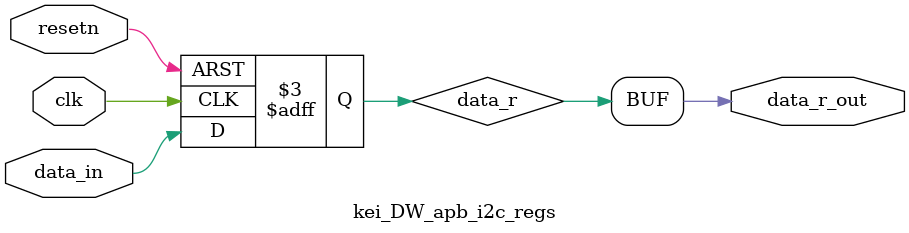
<source format=v>



module kei_DW_apb_i2c_regs (
    clk,
    resetn,
    data_in,
    data_r_out
);

parameter DATA_WIDTH = 1;

input                   clk;
input                   resetn;
input  [DATA_WIDTH-1:0] data_in;
output [DATA_WIDTH-1:0] data_r_out;

  reg  [DATA_WIDTH-1:0]  data_r;


  always @(posedge clk or negedge resetn)
  begin : i2c_reg_PROC
    if (resetn == 1'b0) begin
      data_r <= {(DATA_WIDTH){1'b0}};
    end else begin
      data_r <= data_in;
    end
  end

  assign data_r_out = data_r; 

endmodule



</source>
